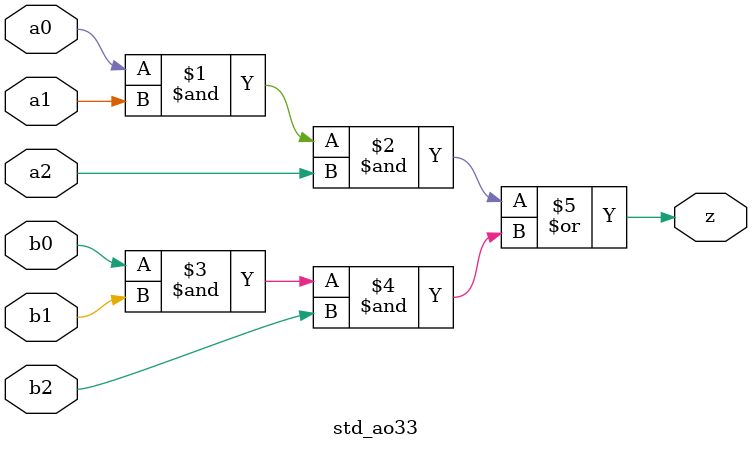
<source format=sv>

module std_ao33 #(parameter DW = 1 ) // array width
(
	input [DW-1:0]  a0,
	input [DW-1:0]  a1,
	input [DW-1:0]  a2,
	input [DW-1:0]  b0,
	input [DW-1:0]  b1,
	input [DW-1:0]  b2, 
	output [DW-1:0] z
);

assign z = (a0 & a1 & a2) | (b0 & b1 & b2);

endmodule

</source>
